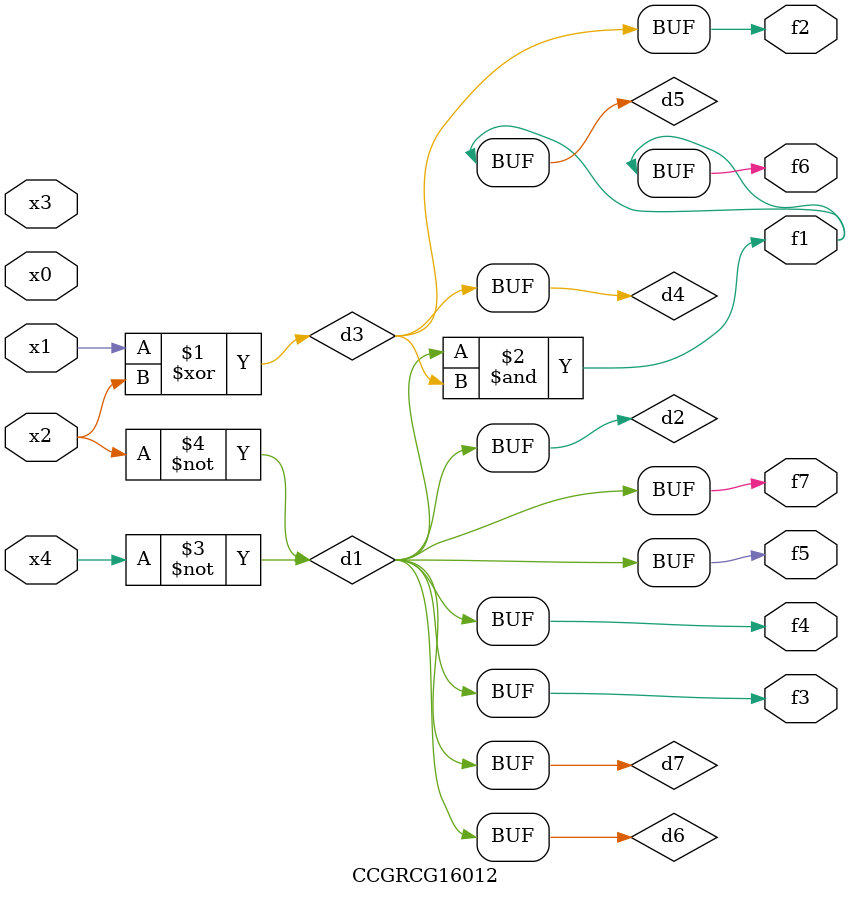
<source format=v>
module CCGRCG16012(
	input x0, x1, x2, x3, x4,
	output f1, f2, f3, f4, f5, f6, f7
);

	wire d1, d2, d3, d4, d5, d6, d7;

	not (d1, x4);
	not (d2, x2);
	xor (d3, x1, x2);
	buf (d4, d3);
	and (d5, d1, d3);
	buf (d6, d1, d2);
	buf (d7, d2);
	assign f1 = d5;
	assign f2 = d4;
	assign f3 = d7;
	assign f4 = d7;
	assign f5 = d7;
	assign f6 = d5;
	assign f7 = d7;
endmodule

</source>
